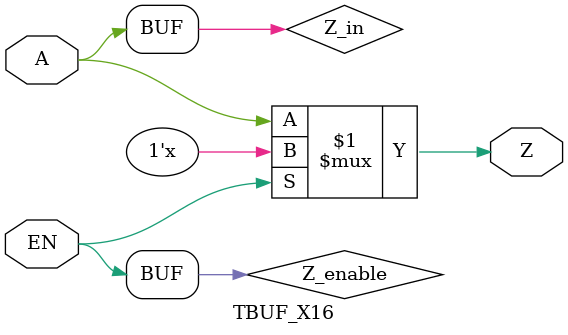
<source format=v>
module TBUF_X16 (A, EN, Z);
  input A;
  input EN;
  output Z;
  bufif0(Z, Z_in, Z_enable);
  buf(Z_enable, EN);
  buf(Z_in, A);
  specify
    (A => Z) = (0.1, 0.1);
    (EN => Z) = (0.1, 0.1);
  endspecify
endmodule
</source>
